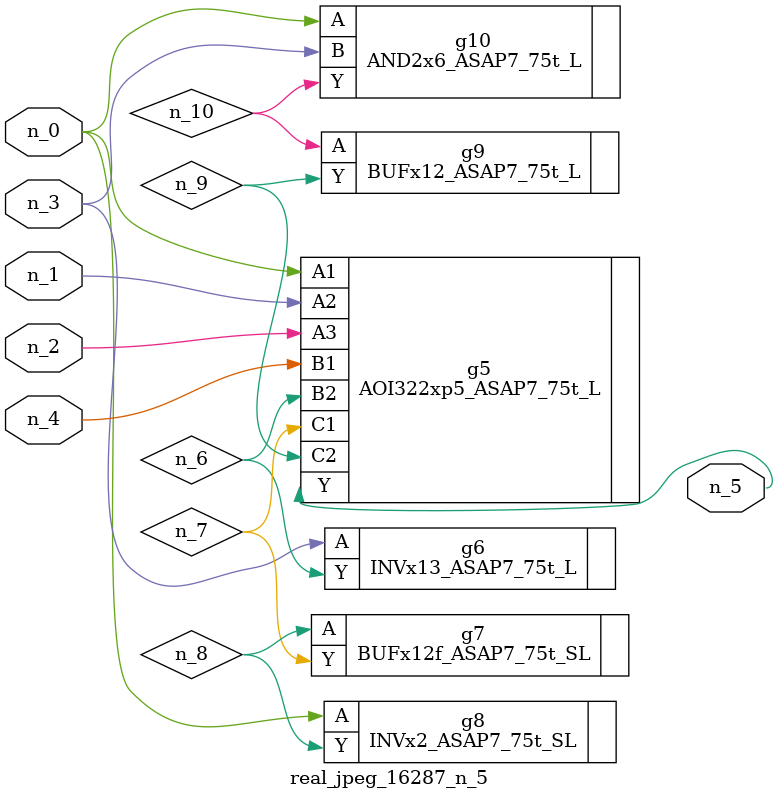
<source format=v>
module real_jpeg_16287_n_5 (n_4, n_0, n_1, n_2, n_3, n_5);

input n_4;
input n_0;
input n_1;
input n_2;
input n_3;

output n_5;

wire n_8;
wire n_6;
wire n_7;
wire n_10;
wire n_9;

AOI322xp5_ASAP7_75t_L g5 ( 
.A1(n_0),
.A2(n_1),
.A3(n_2),
.B1(n_4),
.B2(n_6),
.C1(n_7),
.C2(n_9),
.Y(n_5)
);

INVx2_ASAP7_75t_SL g8 ( 
.A(n_0),
.Y(n_8)
);

AND2x6_ASAP7_75t_L g10 ( 
.A(n_0),
.B(n_3),
.Y(n_10)
);

INVx13_ASAP7_75t_L g6 ( 
.A(n_3),
.Y(n_6)
);

BUFx12f_ASAP7_75t_SL g7 ( 
.A(n_8),
.Y(n_7)
);

BUFx12_ASAP7_75t_L g9 ( 
.A(n_10),
.Y(n_9)
);


endmodule
</source>
